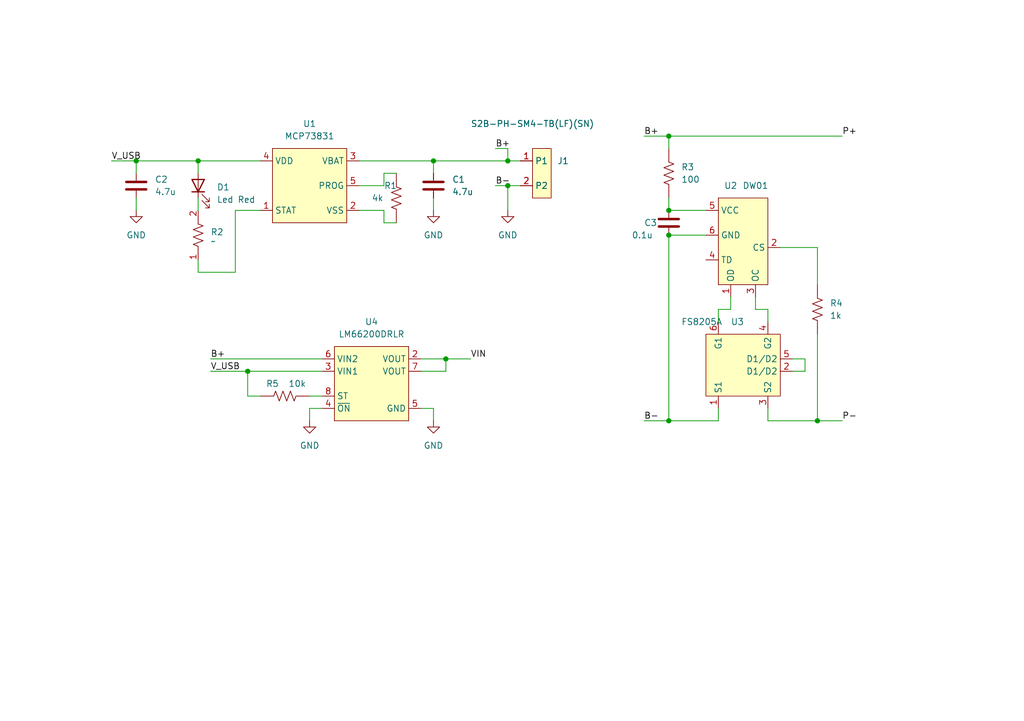
<source format=kicad_sch>
(kicad_sch (version 20250114) (generator "eeschema") (generator_version "9.0")
  (paper "A5")
  (lib_symbols
    (symbol "Open-Jammer:CAP_0.1u_10%_X7R_16V_0603" (pin_numbers (hide yes)) (pin_names (hide yes))
      (property "Reference" "C" (at -2.54 3.81 0))
      (property "Value" "0.1u" (at 3.81 3.81 0))
      (symbol "CAP_0.1u_10%_X7R_16V_0603_0_1"
        (polyline (pts (xy -1.27 0) (xy -1.016 0)))
        (polyline (pts (xy -0.762 -2.032) (xy -0.762 2.032)) (stroke (width 0.508)))
        (polyline (pts (xy 0.762 -2.032) (xy 0.762 2.032)) (stroke (width 0.508)))
        (polyline (pts (xy 1.27 0) (xy 1.016 0)))
      )
      (symbol "CAP_0.1u_10%_X7R_16V_0603_1_1"
        (pin passive line (at -2.54 0 0) (length 1.27) (name "~") (number "1"))
        (pin passive line (at 2.54 0 180) (length 1.27) (name "~") (number "2"))
      )
    )
    (symbol "Open-Jammer:CAP_4.7u_10%_X5R_10V_0603" (pin_numbers (hide yes)) (pin_names (hide yes))
      (property "Reference" "C" (at -2.54 2.54 0))
      (property "Value" "4.7u" (at 3.81 2.54 0))
      (symbol "CAP_4.7u_10%_X5R_10V_0603_0_1"
        (polyline (pts (xy -1.27 0) (xy -1.016 0)))
        (polyline (pts (xy -0.762 -2.032) (xy -0.762 2.032)) (stroke (width 0.508)))
        (polyline (pts (xy 0.762 -2.032) (xy 0.762 2.032)) (stroke (width 0.508)))
        (polyline (pts (xy 1.27 0) (xy 1.016 0)))
      )
      (symbol "CAP_4.7u_10%_X5R_10V_0603_1_1"
        (pin passive line (at -2.54 0 0) (length 1.27) (name "~") (number "1"))
        (pin passive line (at 2.54 0 180) (length 1.27) (name "~") (number "2"))
      )
    )
    (symbol "Open-Jammer:DW01"
      (property "Reference" "U" (at -5.08 17.78 0))
      (property "Value" "DW01" (at 5.08 17.78 0))
      (symbol "DW01_1_1"
        (rectangle (start -5.08 15.24) (end 5.08 -2.54) (fill (type background)))
        (pin output line (at -7.62 12.7 0) (length 2.54) (name "VCC") (number "5"))
        (pin output line (at -7.62 7.62 0) (length 2.54) (name "GND") (number "6"))
        (pin output line (at -7.62 2.54 0) (length 2.54) (name "TD") (number "4"))
        (pin output line (at -2.54 -5.08 90) (length 2.54) (name "OD") (number "1"))
        (pin output line (at 2.54 -5.08 90) (length 2.54) (name "OC") (number "3"))
        (pin output line (at 7.62 5.08 180) (length 2.54) (name "CS") (number "2"))
      )
    )
    (symbol "Open-Jammer:FS8205A"
      (property "Reference" "U" (at -7.62 10.16 0))
      (property "Value" "FS8205A" (at 10.16 10.16 0))
      (symbol "FS8205A_1_1"
        (rectangle (start -7.62 5.08) (end 7.62 -7.62) (fill (type background)))
        (pin output line (at -5.08 7.62 270) (length 2.54) (name "G1") (number "6"))
        (pin output line (at -5.08 -10.16 90) (length 2.54) (name "S1") (number "1"))
        (pin output line (at 5.08 7.62 270) (length 2.54) (name "G2") (number "4"))
        (pin output line (at 5.08 -10.16 90) (length 2.54) (name "S2") (number "3"))
        (pin output line (at 10.16 0 180) (length 2.54) (name "D1/D2") (number "5"))
        (pin output line (at 10.16 -2.54 180) (length 2.54) (name "D1/D2") (number "2"))
      )
    )
    (symbol "Open-Jammer:JST_2P_SMT_connector"
      (property "Reference" "J" (at -5.08 7.62 0))
      (property "Value" "S2B-PH-SM4-TB(LF)(SN)" (at 10.16 7.62 0))
      (symbol "JST_2P_SMT_connector_1_1"
        (rectangle (start -3.81 5.08) (end 0 -5.08) (fill (type background)))
        (pin passive line (at 2.54 2.54 180) (length 2.54) (name "P1") (number "1"))
        (pin passive line (at 2.54 -2.54 180) (length 2.54) (name "P2") (number "2"))
      )
    )
    (symbol "Open-Jammer:LED_RED_2.3V_0603_120°" (pin_numbers (hide yes)) (pin_names (hide yes))
      (property "Reference" "D" (at -1.27 2.54 0))
      (property "Value" "Led Red" (at 5.08 3.81 0))
      (symbol "LED_RED_2.3V_0603_120°_0_1"
        (polyline (pts (xy -1.27 1.27) (xy -1.27 -1.27) (xy 1.27 0) (xy -1.27 1.27)) (stroke (width 0.254)))
        (polyline (pts (xy 1.27 1.27) (xy 1.27 -1.27)) (stroke (width 0.254)))
        (polyline (pts (xy 1.27 0) (xy -1.27 0)))
        (polyline (pts (xy 1.778 0.762) (xy 3.302 2.286) (xy 2.54 2.286) (xy 3.302 2.286) (xy 3.302 1.524)))
        (polyline (pts (xy 3.048 0.762) (xy 4.572 2.286) (xy 3.81 2.286) (xy 4.572 2.286) (xy 4.572 1.524)))
      )
      (symbol "LED_RED_2.3V_0603_120°_1_1"
        (pin passive line (at -2.54 0 0) (length 1.27) (name "A") (number "2"))
        (pin passive line (at 2.54 0 180) (length 1.27) (name "K") (number "1"))
      )
    )
    (symbol "Open-Jammer:LM66200"
      (property "Reference" "U" (at -7.62 10.16 0))
      (property "Value" "LM66200DRLR" (at 5.08 10.16 0))
      (symbol "LM66200_1_1"
        (rectangle (start -7.62 7.62) (end 7.62 -7.62) (fill (type background)))
        (pin passive line (at -10.16 5.08 0) (length 2.54) (name "VIN2") (number "6"))
        (pin passive line (at -10.16 2.54 0) (length 2.54) (name "VIN1") (number "3"))
        (pin passive line (at -10.16 -2.54 0) (length 2.54) (name "ST") (number "8"))
        (pin passive line (at -10.16 -5.08 0) (length 2.54) (name "~{ON}") (number "4"))
        (pin passive line (at 10.16 5.08 180) (length 2.54) (name "VOUT") (number "2"))
        (pin passive line (at 10.16 2.54 180) (length 2.54) (name "VOUT") (number "7"))
        (pin passive line (at 10.16 -5.08 180) (length 2.54) (name "GND") (number "5"))
      )
    )
    (symbol "Open-Jammer:MCP73831"
      (property "Reference" "U" (at -7.62 10.16 0))
      (property "Value" "MCP73831" (at 5.08 10.16 0))
      (symbol "MCP73831_1_1"
        (rectangle (start -7.62 7.62) (end 7.62 -7.62) (fill (type background)))
        (pin power_in line (at -10.16 5.08 0) (length 2.54) (name "VDD") (number "4"))
        (pin output line (at -10.16 -5.08 0) (length 2.54) (name "STAT") (number "1"))
        (pin power_out line (at 10.16 5.08 180) (length 2.54) (name "VBAT") (number "3"))
        (pin output line (at 10.16 0 180) (length 2.54) (name "PROG") (number "5"))
        (pin power_out line (at 10.16 -5.08 180) (length 2.54) (name "VSS") (number "2"))
      )
    )
    (symbol "Open-Jammer:RES_100_1%_100mW_0603" (pin_numbers (hide yes)) (pin_names (hide yes))
      (property "Reference" "R" (at -2.54 2.54 0))
      (property "Value" "100" (at 1.27 2.54 0))
      (symbol "RES_100_1%_100mW_0603_0_1"
        (polyline (pts (xy -2.286 0) (xy -3.81 0)))
        (polyline (pts (xy -2.286 0) (xy -1.905 1.016) (xy -1.524 0) (xy -1.143 -1.016) (xy -0.762 0)))
        (polyline (pts (xy -0.762 0) (xy -0.381 1.016) (xy 0 0) (xy 0.381 -1.016) (xy 0.762 0)))
        (polyline (pts (xy 0.762 0) (xy 1.143 1.016) (xy 1.524 0) (xy 1.905 -1.016) (xy 2.286 0)))
        (polyline (pts (xy 2.286 0) (xy 3.81 0)))
      )
      (symbol "RES_100_1%_100mW_0603_1_1"
        (pin passive line (at -5.08 0 0) (length 1.27) (name "~") (number "1"))
        (pin passive line (at 5.08 0 180) (length 1.27) (name "~") (number "2"))
      )
    )
    (symbol "Open-Jammer:RES_10k_1%_100mW_0603" (pin_numbers (hide yes)) (pin_names (hide yes))
      (property "Reference" "R" (at -2.54 2.54 0))
      (property "Value" "10k" (at 2.54 2.54 0))
      (symbol "RES_10k_1%_100mW_0603_0_1"
        (polyline (pts (xy -2.286 0) (xy -3.81 0)))
        (polyline (pts (xy -2.286 0) (xy -1.905 1.016) (xy -1.524 0) (xy -1.143 -1.016) (xy -0.762 0)))
        (polyline (pts (xy -0.762 0) (xy -0.381 1.016) (xy 0 0) (xy 0.381 -1.016) (xy 0.762 0)))
        (polyline (pts (xy 0.762 0) (xy 1.143 1.016) (xy 1.524 0) (xy 1.905 -1.016) (xy 2.286 0)))
        (polyline (pts (xy 2.286 0) (xy 3.81 0)))
      )
      (symbol "RES_10k_1%_100mW_0603_1_1"
        (pin passive line (at -5.08 0 0) (length 1.27) (name "~") (number "1"))
        (pin passive line (at 5.08 0 180) (length 1.27) (name "~") (number "2"))
      )
    )
    (symbol "Open-Jammer:RES_1k_1%_100mW_0603" (pin_numbers (hide yes)) (pin_names (hide yes))
      (property "Reference" "R" (at -2.54 2.54 0))
      (property "Value" "1k" (at 1.27 2.54 0))
      (symbol "RES_1k_1%_100mW_0603_0_1"
        (polyline (pts (xy -2.286 0) (xy -3.81 0)))
        (polyline (pts (xy -2.286 0) (xy -1.905 1.016) (xy -1.524 0) (xy -1.143 -1.016) (xy -0.762 0)))
        (polyline (pts (xy -0.762 0) (xy -0.381 1.016) (xy 0 0) (xy 0.381 -1.016) (xy 0.762 0)))
        (polyline (pts (xy 0.762 0) (xy 1.143 1.016) (xy 1.524 0) (xy 1.905 -1.016) (xy 2.286 0)))
        (polyline (pts (xy 2.286 0) (xy 3.81 0)))
      )
      (symbol "RES_1k_1%_100mW_0603_1_1"
        (pin passive line (at -5.08 0 0) (length 1.27) (name "~") (number "1"))
        (pin passive line (at 5.08 0 180) (length 1.27) (name "~") (number "2"))
      )
    )
    (symbol "Open-Jammer:RES_470_1%_100mW_0603"
      (property "Reference" "R" (at -7.62 5.08 0))
      (symbol "RES_470_1%_100mW_0603_0_1"
        (polyline (pts (xy -2.286 0) (xy -3.81 0)))
        (polyline (pts (xy -2.286 0) (xy -1.905 1.016) (xy -1.524 0) (xy -1.143 -1.016) (xy -0.762 0)))
        (polyline (pts (xy -0.762 0) (xy -0.381 1.016) (xy 0 0) (xy 0.381 -1.016) (xy 0.762 0)))
        (polyline (pts (xy 0.762 0) (xy 1.143 1.016) (xy 1.524 0) (xy 1.905 -1.016) (xy 2.286 0)))
        (polyline (pts (xy 2.286 0) (xy 3.81 0)))
      )
      (symbol "RES_470_1%_100mW_0603_1_1"
        (pin passive line (at -5.08 0 0) (length 1.27) (name "~") (number "1"))
        (pin passive line (at 5.08 0 180) (length 1.27) (name "~") (number "2"))
      )
    )
    (symbol "Open-Jammer:RES_4K_1%_152mW_0805" (pin_numbers (hide yes)) (pin_names (hide yes))
      (property "Reference" "R" (at -2.54 2.54 0))
      (property "Value" "4k" (at 2.54 2.54 0))
      (symbol "RES_4K_1%_152mW_0805_0_1"
        (polyline (pts (xy -2.286 0) (xy -3.81 0)))
        (polyline (pts (xy -2.286 0) (xy -1.905 1.016) (xy -1.524 0) (xy -1.143 -1.016) (xy -0.762 0)))
        (polyline (pts (xy -0.762 0) (xy -0.381 1.016) (xy 0 0) (xy 0.381 -1.016) (xy 0.762 0)))
        (polyline (pts (xy 0.762 0) (xy 1.143 1.016) (xy 1.524 0) (xy 1.905 -1.016) (xy 2.286 0)))
        (polyline (pts (xy 2.286 0) (xy 3.81 0)))
      )
      (symbol "RES_4K_1%_152mW_0805_1_1"
        (pin passive line (at -5.08 0 0) (length 1.27) (name "~") (number "1"))
        (pin passive line (at 5.08 0 180) (length 1.27) (name "~") (number "2"))
      )
    )
    (symbol "power:GND" (power) (pin_numbers (hide yes)) (pin_names (offset 0) (hide yes))
      (property "Value" "GND" (at 0 -3.81 0))
      (symbol "GND_0_1"
        (polyline (pts (xy 0 0) (xy 0 -1.27) (xy 1.27 -1.27) (xy 0 -2.54) (xy -1.27 -1.27) (xy 0 -1.27)))
      )
      (symbol "GND_1_1"
        (pin power_in line (at 0 0 270) (length 0) (name "~") (number "1"))
      )
    )
  )
  (junction (at 137.16 27.94))
  (junction (at 137.16 86.36))
  (junction (at 91.44 73.66))
  (junction (at 50.8 76.2))
  (junction (at 137.16 48.26))
  (junction (at 27.94 33.02))
  (junction (at 104.14 33.02))
  (junction (at 40.64 33.02))
  (junction (at 104.14 38.1))
  (junction (at 137.16 43.18))
  (junction (at 88.9 33.02))
  (junction (at 167.64 86.36))
  (wire (pts (xy 27.94 40.64) (xy 27.94 43.18)))
  (wire (pts (xy 149.86 60.96) (xy 149.86 63.5)))
  (wire (pts (xy 147.32 66.04) (xy 147.32 63.5)))
  (wire (pts (xy 137.16 40.64) (xy 137.16 43.18)))
  (wire (pts (xy 167.64 58.42) (xy 167.64 50.8)))
  (wire (pts (xy 86.36 76.2) (xy 91.44 76.2)))
  (wire (pts (xy 88.9 33.02) (xy 104.14 33.02)))
  (wire (pts (xy 101.6 38.1) (xy 104.14 38.1)))
  (wire (pts (xy 73.66 43.18) (xy 78.74 43.18)))
  (wire (pts (xy 137.16 86.36) (xy 147.32 86.36)))
  (wire (pts (xy 86.36 83.82) (xy 88.9 83.82)))
  (wire (pts (xy 40.64 33.02) (xy 40.64 35.56)))
  (wire (pts (xy 157.48 86.36) (xy 167.64 86.36)))
  (wire (pts (xy 101.6 30.48) (xy 104.14 30.48)))
  (wire (pts (xy 157.48 66.04) (xy 157.48 63.5)))
  (wire (pts (xy 88.9 83.82) (xy 88.9 86.36)))
  (wire (pts (xy 167.64 86.36) (xy 172.72 86.36)))
  (wire (pts (xy 104.14 43.18) (xy 104.14 38.1)))
  (wire (pts (xy 147.32 83.82) (xy 147.32 86.36)))
  (wire (pts (xy 78.74 38.1) (xy 78.74 35.56)))
  (wire (pts (xy 22.86 33.02) (xy 27.94 33.02)))
  (wire (pts (xy 104.14 38.1) (xy 106.68 38.1)))
  (wire (pts (xy 154.94 60.96) (xy 154.94 63.5)))
  (wire (pts (xy 132.08 27.94) (xy 137.16 27.94)))
  (wire (pts (xy 137.16 30.48) (xy 137.16 27.94)))
  (wire (pts (xy 40.64 33.02) (xy 53.34 33.02)))
  (wire (pts (xy 73.66 33.02) (xy 88.9 33.02)))
  (wire (pts (xy 165.1 73.66) (xy 165.1 76.2)))
  (wire (pts (xy 132.08 86.36) (xy 137.16 86.36)))
  (wire (pts (xy 78.74 45.72) (xy 81.28 45.72)))
  (wire (pts (xy 160.02 50.8) (xy 167.64 50.8)))
  (wire (pts (xy 88.9 40.64) (xy 88.9 43.18)))
  (wire (pts (xy 48.26 55.88) (xy 48.26 43.18)))
  (wire (pts (xy 137.16 43.18) (xy 144.78 43.18)))
  (wire (pts (xy 63.5 83.82) (xy 63.5 86.36)))
  (wire (pts (xy 78.74 35.56) (xy 81.28 35.56)))
  (wire (pts (xy 147.32 63.5) (xy 149.86 63.5)))
  (wire (pts (xy 40.64 55.88) (xy 48.26 55.88)))
  (wire (pts (xy 157.48 63.5) (xy 154.94 63.5)))
  (wire (pts (xy 137.16 48.26) (xy 137.16 86.36)))
  (wire (pts (xy 104.14 33.02) (xy 104.14 30.48)))
  (wire (pts (xy 63.5 81.28) (xy 66.04 81.28)))
  (wire (pts (xy 43.18 76.2) (xy 50.8 76.2)))
  (wire (pts (xy 167.64 68.58) (xy 167.64 86.36)))
  (wire (pts (xy 27.94 33.02) (xy 40.64 33.02)))
  (wire (pts (xy 137.16 48.26) (xy 144.78 48.26)))
  (wire (pts (xy 66.04 83.82) (xy 63.5 83.82)))
  (wire (pts (xy 40.64 40.64) (xy 40.64 43.18)))
  (wire (pts (xy 48.26 43.18) (xy 53.34 43.18)))
  (wire (pts (xy 73.66 38.1) (xy 78.74 38.1)))
  (wire (pts (xy 53.34 81.28) (xy 50.8 81.28)))
  (wire (pts (xy 43.18 73.66) (xy 66.04 73.66)))
  (wire (pts (xy 104.14 33.02) (xy 106.68 33.02)))
  (wire (pts (xy 157.48 83.82) (xy 157.48 86.36)))
  (wire (pts (xy 86.36 73.66) (xy 91.44 73.66)))
  (wire (pts (xy 91.44 73.66) (xy 91.44 76.2)))
  (wire (pts (xy 137.16 27.94) (xy 172.72 27.94)))
  (wire (pts (xy 162.56 76.2) (xy 165.1 76.2)))
  (wire (pts (xy 40.64 53.34) (xy 40.64 55.88)))
  (wire (pts (xy 50.8 76.2) (xy 66.04 76.2)))
  (wire (pts (xy 91.44 73.66) (xy 96.52 73.66)))
  (wire (pts (xy 162.56 73.66) (xy 165.1 73.66)))
  (wire (pts (xy 50.8 76.2) (xy 50.8 81.28)))
  (wire (pts (xy 27.94 35.56) (xy 27.94 33.02)))
  (wire (pts (xy 88.9 33.02) (xy 88.9 35.56)))
  (wire (pts (xy 78.74 43.18) (xy 78.74 45.72)))
  (label "V_USB" (at 22.86 33.02 0))
  (label "B+" (at 132.08 27.94 0))
  (label "B-" (at 101.6 38.1 0))
  (label "V_USB" (at 43.18 76.2 0))
  (label "P-" (at 172.72 86.36 0))
  (label "B+" (at 101.6 30.48 0))
  (label "VIN" (at 96.52 73.66 0))
  (label "P+" (at 172.72 27.94 0))
  (label "B+" (at 43.18 73.66 0))
  (label "B-" (at 132.08 86.36 0))
  (symbol (lib_id "Open-Jammer:JST_2P_SMT_connector") (at 109.22 35.56 0) (mirror y) (unit 1)
    (property "Reference" "J1" (at 114.3 33.02 0) (effects (justify right)))
    (property "Value" "S2B-PH-SM4-TB(LF)(SN)" (at 96.52 25.4 0) (effects (justify right)))
    (property "Footprint" "Open-Jammer:JST_S2B-PH-SM4-TB_LF__SN_" (effects (hide yes)))
    (property "Datasheet" "https://www.lcsc.com/datasheet/C295747.pdf" (effects (hide yes)))
    (property "Description" "2P 1x2P PH Tin -25℃~+85℃ Beige 2mm 100V 2 2A 1 Surface Mount, Right Angle SMD,P=2mm,Surface Mount,Right Angle Headers, Male Pins ROHS" (effects (hide yes)))
    (property "Supplier" "LCSC" (effects (hide yes)))
    (property "SPN" "C295747" (effects (hide yes)))
    (property "Manufacturer " "JST" (effects (hide yes)))
    (property "MPN" "S2B-PH-SM4-TB(LF)(SN)" (effects (hide yes)))
    (property "Package" "SMD,P=2mm,Surface Mount,Right Angle" (effects (hide yes)))
  )
  (symbol (lib_id "Open-Jammer:CAP_0.1u_10%_X7R_16V_0603") (at 137.16 45.72 90) (unit 1)
    (property "Reference" "C3" (at 132.08 45.72 90) (effects (justify right)))
    (property "Value" "0.1u" (at 129.54 48.26 90) (effects (justify right)))
    (property "Datasheet" "https://www.lcsc.com/datasheet/C108079.pdf" (effects (hide yes)))
    (property "Description" "16V 100nF X7R ±10% 0603 Ceramic Capacitors ROHS" (effects (hide yes)))
    (property "Supplier" "LCSC" (effects (hide yes)))
    (property "SPN" "C108079" (effects (hide yes)))
    (property "Manufacturer" "YAGEO" (effects (hide yes)))
    (property "MPN" "CC0603KRX7R7BB104" (effects (hide yes)))
    (property "Package" "0603" (effects (hide yes)))
  )
  (symbol (lib_id "power:GND") (at 63.5 86.36 0) (unit 1)
    (property "Reference" "#PWR05" (effects (hide yes)))
    (property "Value" "GND" (at 63.5 91.44 0))
    (property "Description" "Power symbol creates a global label with name \"GND\" , ground" (effects (hide yes)))
  )
  (symbol (lib_id "Open-Jammer:RES_470_1%_100mW_0603") (at 40.64 48.26 90) (unit 1)
    (property "Reference" "R2" (at 43.18 47.6249 90) (effects (justify right)))
    (property "Value" "~" (at 43.18 49.53 90) (effects (justify right)))
  )
  (symbol (lib_id "Open-Jammer:RES_4K_1%_152mW_0805") (at 81.28 40.64 90) (unit 1)
    (property "Reference" "R1" (at 78.74 38.1 90) (effects (justify right)))
    (property "Value" "4k" (at 76.2 40.64 90) (effects (justify right)))
    (property "Datasheet" "https://www.lcsc.com/datasheet/C2828855.pdf" (effects (hide yes)))
    (property "Description" "125mW 4kΩ 150V ±25ppm/℃ Thin Film Resistor ±1% 0805 Chip Resistor - Surface Mount ROHS" (effects (hide yes)))
    (property "Supplier" "LCSC" (effects (hide yes)))
    (property "SPN" "C2828855" (effects (hide yes)))
    (property "Manufacturer" "Viking" (effects (hide yes)))
    (property "MPN" "ARG05FTC4001N" (effects (hide yes)))
    (property "Package" "0805" (effects (hide yes)))
  )
  (symbol (lib_id "power:GND") (at 27.94 43.18 0) (unit 1)
    (property "Reference" "#PWR01" (effects (hide yes)))
    (property "Value" "GND" (at 27.94 48.26 0))
    (property "Description" "Power symbol creates a global label with name \"GND\" , ground" (effects (hide yes)))
  )
  (symbol (lib_id "Open-Jammer:RES_100_1%_100mW_0603") (at 137.16 35.56 90) (unit 1)
    (property "Reference" "R3" (at 139.7 34.2899 90) (effects (justify right)))
    (property "Value" "100" (at 139.7 36.8299 90) (effects (justify right)))
    (property "Datasheet" "https://www.lcsc.com/datasheet/C105588.pdf" (effects (hide yes)))
    (property "Description" "100mW 100Ω 75V ±100ppm/℃ Thick Film Resistor ±1% 0603 Chip Resistor - Surface Mount ROHS" (effects (hide yes)))
    (property "Supplier" "LCSC" (effects (hide yes)))
    (property "SPN" "C105588" (effects (hide yes)))
    (property "Manufacturer" "YAGEO" (effects (hide yes)))
    (property "MPN" "RC0603FR-07100RL" (effects (hide yes)))
    (property "Package" "0603" (effects (hide yes)))
  )
  (symbol (lib_id "Open-Jammer:DW01") (at 152.4 55.88 0) (unit 1)
    (property "Reference" "U2" (at 149.86 38.1 0))
    (property "Value" "DW01" (at 154.94 38.1 0))
    (property "Datasheet" "https://cdn.sparkfun.com/assets/learn_tutorials/2/5/1/DW01-P_DataSheet_V10.pdf" (effects (hide yes)))
    (property "Description" "Lithium Battery 1 SOT-23-6 Battery Management ROHS" (effects (hide yes)))
    (property "Supplier" "LCSC" (effects (hide yes)))
    (property "SPN" "C18212691" (effects (hide yes)))
    (property "Manufacturer" "TECH PUBLIC" (effects (hide yes)))
    (property "MPN" "DW01" (effects (hide yes)))
    (property "Package" "SOT-23-6" (effects (hide yes)))
  )
  (symbol (lib_id "Open-Jammer:LED_RED_2.3V_0603_120°") (at 40.64 38.1 270) (unit 1)
    (property "Reference" "D1" (at 44.45 38.4174 90) (effects (justify left)))
    (property "Value" "Led Red" (at 44.45 40.9574 90) (effects (justify left)))
    (property "Datasheet" "https://www.lcsc.com/datasheet/C965799.pdf" (effects (hide yes)))
    (property "Description" "20mA 2.3V Red 50mW 0603 LED Indication - Discrete ROHS" (effects (hide yes)))
    (property "Supplier" "LCSC" (effects (hide yes)))
    (property "SPN" "C965799" (effects (hide yes)))
    (property "Manufacturer" "XINGLIGHT" (effects (hide yes)))
    (property "MPN" "XL-1608SURC-06" (effects (hide yes)))
    (property "Package" "0603" (effects (hide yes)))
  )
  (symbol (lib_id "Open-Jammer:FS8205A") (at 152.4 73.66 0) (unit 1)
    (property "Reference" "U3" (at 149.86 66.04 0) (effects (justify left)))
    (property "Value" "FS8205A" (at 139.7 66.04 0) (effects (justify left)))
    (property "Datasheet" "https://datasheet.lcsc.com/lcsc/2010271837_FUXINSEMI-FS8205A_C908265.pdf" (effects (hide yes)))
    (property "Description" "20V 9A 31.5mΩ@2.5V 1.5W 1.2V@250uA SOT-23-6 Single FETs, MOSFETs ROHS" (effects (hide yes)))
    (property "Supplier" "LCSC" (effects (hide yes)))
    (property "SPN" "C2830320" (effects (hide yes)))
    (property "Manufacturer" "FS8205A" (effects (hide yes)))
    (property "MPN" "FS8205A" (effects (hide yes)))
    (property "Package" "SOT-23-6" (effects (hide yes)))
  )
  (symbol (lib_id "power:GND") (at 104.14 43.18 0) (unit 1)
    (property "Reference" "#PWR03" (effects (hide yes)))
    (property "Value" "GND" (at 104.14 48.26 0))
    (property "Description" "Power symbol creates a global label with name \"GND\" , ground" (effects (hide yes)))
  )
  (symbol (lib_id "Open-Jammer:RES_1k_1%_100mW_0603") (at 167.64 63.5 90) (unit 1)
    (property "Reference" "R4" (at 170.18 62.2299 90) (effects (justify right)))
    (property "Value" "1k" (at 170.18 64.7699 90) (effects (justify right)))
    (property "Datasheet" "https://www.lcsc.com/datasheet/C22548.pdf" (effects (hide yes)))
    (property "Description" "100mW 1kΩ 75V ±100ppm/℃ Thick Film Resistor ±1% 0603 Chip Resistor - Surface Mount ROHS" (effects (hide yes)))
    (property "Supplier" "LCSC" (effects (hide yes)))
    (property "SPN" "C22548" (effects (hide yes)))
    (property "Manufacturer" "YAGEO" (effects (hide yes)))
    (property "MPN" "RC0603FR-071KL" (effects (hide yes)))
    (property "Package" "0603" (effects (hide yes)))
  )
  (symbol (lib_id "Open-Jammer:RES_10k_1%_100mW_0603") (at 58.42 81.28 0) (unit 1)
    (property "Reference" "R5" (at 55.88 78.74 0))
    (property "Value" "10k" (at 60.96 78.74 0))
    (property "Datasheet" "https://www.lcsc.com/datasheet/C98220.pdf" (effects (hide yes)))
    (property "Description" "100mW 10kΩ 75V ±100ppm/℃ Thick Film Resistor ±1% 0603 Chip Resistor - Surface Mount ROHS" (effects (hide yes)))
    (property "Supplier" "LCSC" (effects (hide yes)))
    (property "SPN" "C98220" (effects (hide yes)))
    (property "Manufacturer" "YAGEO" (effects (hide yes)))
    (property "MPN" "RC0603FR-0710KL" (effects (hide yes)))
    (property "Package" "0603" (effects (hide yes)))
  )
  (symbol (lib_id "Open-Jammer:MCP73831") (at 63.5 38.1 0) (unit 1)
    (property "Reference" "U1" (at 63.5 25.4 0))
    (property "Value" "MCP73831" (at 63.5 27.94 0))
    (property "Datasheet" "https://ww1.microchip.com/downloads/en/DeviceDoc/MCP73831-Family-Data-Sheet-DS20001984H.pdf" (effects (hide yes)))
    (property "Description" "Miniature Single-Cell, Fully Integrated Li-Ion, Li-Polymer Charge Management Controllers" (effects (hide yes)))
    (property "SPN" "C625597" (effects (hide yes)))
    (property "Suppliers" "LCSC" (effects (hide yes)))
    (property "Manufacturer" "MICROCHIP" (effects (hide yes)))
    (property "MPN" "MCP73831T-2DCI/OT" (effects (hide yes)))
    (property "Package" "SOT-23-5" (effects (hide yes)))
  )
  (symbol (lib_id "Open-Jammer:LM66200") (at 76.2 78.74 0) (unit 1)
    (property "Reference" "U4" (at 76.2 66.04 0))
    (property "Value" "LM66200DRLR" (at 76.2 68.58 0))
    (property "Datasheet" "https://www.ti.com/lit/ds/symlink/lm66200.pdf?ts=1760238246891&ref_url=https%253A%252F%252Fwww.google.com%252F" (effects (hide yes)))
    (property "Description" "1.6V to 5V, 2.5A dual ideal diodes with automatic switching function" (effects (hide yes)))
    (property "Supplier" "LCSC" (effects (hide yes)))
    (property "SPN" "C3235556" (effects (hide yes)))
    (property "Manufacturer" "TI" (effects (hide yes)))
    (property "MPN" "LM66200DRLR" (effects (hide yes)))
    (property "Package" "SOT-583" (effects (hide yes)))
  )
  (symbol (lib_id "Open-Jammer:CAP_4.7u_10%_X5R_10V_0603") (at 27.94 38.1 90) (unit 1)
    (property "Reference" "C2" (at 31.75 36.8299 90) (effects (justify right)))
    (property "Value" "4.7u" (at 31.75 39.3699 90) (effects (justify right)))
    (property "Datasheet" "https://www.lcsc.com/datasheet/C109456.pdf" (effects (hide yes)))
    (property "Description" "10V 4.7uF X5R ±10% 0603 Ceramic Capacitors ROHS" (effects (hide yes)))
    (property "Supplier" "LCSC" (effects (hide yes)))
    (property "SPN" "C109456" (effects (hide yes)))
    (property "Manufacturer" "YAGEO" (effects (hide yes)))
    (property "MPN" "CC0603KRX5R6BB475" (effects (hide yes)))
    (property "Package" "0603" (effects (hide yes)))
  )
  (symbol (lib_id "power:GND") (at 88.9 86.36 0) (unit 1)
    (property "Reference" "#PWR04" (effects (hide yes)))
    (property "Value" "GND" (at 88.9 91.44 0))
    (property "Description" "Power symbol creates a global label with name \"GND\" , ground" (effects (hide yes)))
  )
  (symbol (lib_id "power:GND") (at 88.9 43.18 0) (unit 1)
    (property "Reference" "#PWR02" (effects (hide yes)))
    (property "Value" "GND" (at 88.9 48.26 0))
    (property "Description" "Power symbol creates a global label with name \"GND\" , ground" (effects (hide yes)))
  )
  (symbol (lib_id "Open-Jammer:CAP_4.7u_10%_X5R_10V_0603") (at 88.9 38.1 90) (unit 1)
    (property "Reference" "C1" (at 92.71 36.8299 90) (effects (justify right)))
    (property "Value" "4.7u" (at 92.71 39.3699 90) (effects (justify right)))
    (property "Datasheet" "https://www.lcsc.com/datasheet/C109456.pdf" (effects (hide yes)))
    (property "Description" "10V 4.7uF X5R ±10% 0603 Ceramic Capacitors ROHS" (effects (hide yes)))
    (property "Supplier" "LCSC" (effects (hide yes)))
    (property "SPN" "C109456" (effects (hide yes)))
    (property "Manufacturer" "YAGEO" (effects (hide yes)))
    (property "MPN" "CC0603KRX5R6BB475" (effects (hide yes)))
    (property "Package" "0603" (effects (hide yes)))
  )
)
</source>
